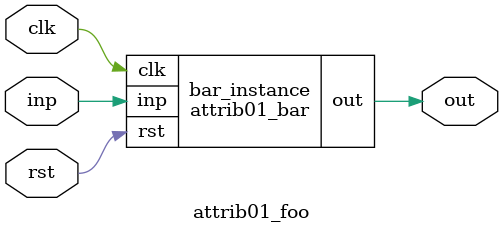
<source format=v>
module attrib01_bar(clk, rst, inp, out);
  input  wire clk;
  input  wire rst;
  input  wire inp;
  output reg  out;

  always @(posedge clk)
    if (rst) out <= 1'd0;
    else     out <= ~inp;

endmodule

module attrib01_foo(clk, rst, inp, out);
  input  wire clk;
  input  wire rst;
  input  wire inp;
  output wire out;

  attrib01_bar bar_instance (clk, rst, inp, out);
endmodule


</source>
